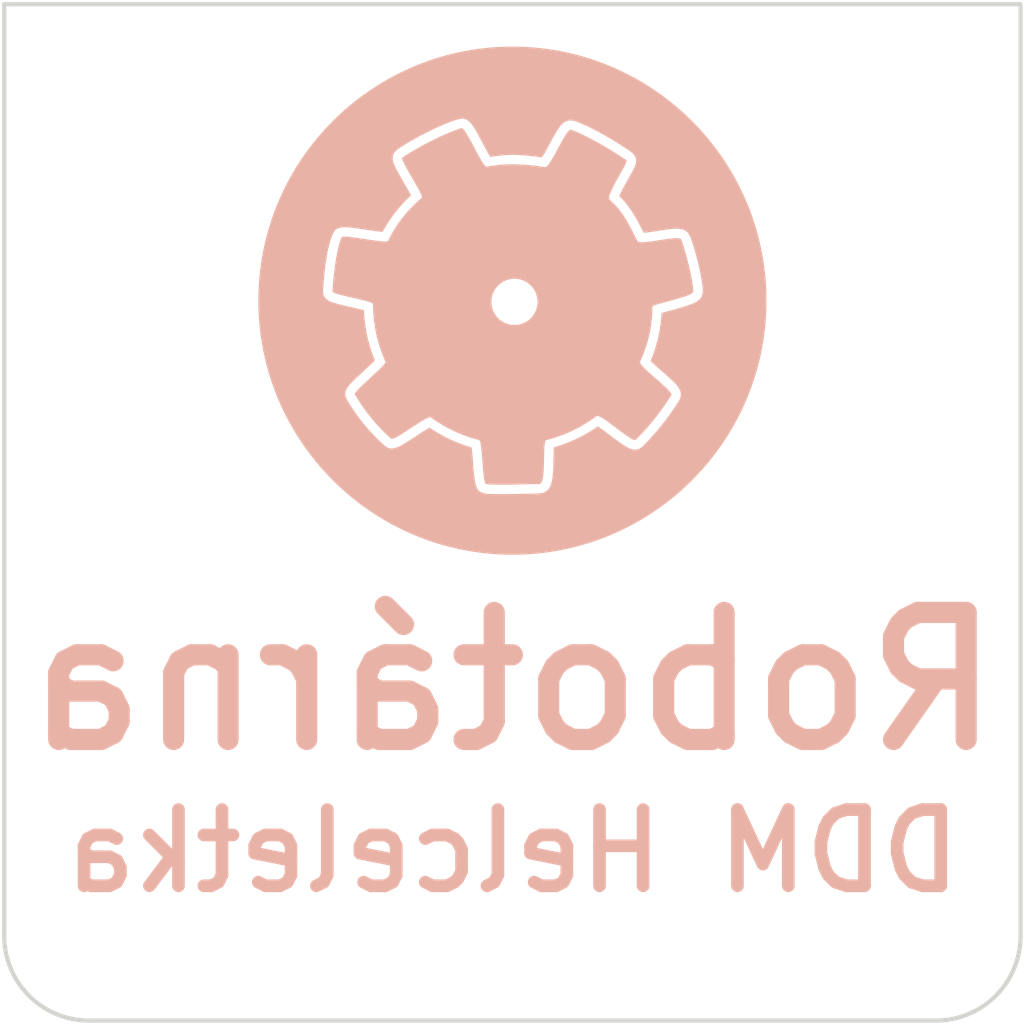
<source format=kicad_pcb>
(kicad_pcb (version 20171130) (host pcbnew 5.1.10-88a1d61d58~88~ubuntu20.04.1)

  (general
    (thickness 1.6)
    (drawings 9)
    (tracks 0)
    (zones 0)
    (modules 1)
    (nets 1)
  )

  (page A4)
  (layers
    (0 F.Cu signal)
    (31 B.Cu signal)
    (32 B.Adhes user)
    (33 F.Adhes user)
    (34 B.Paste user)
    (35 F.Paste user)
    (36 B.SilkS user)
    (37 F.SilkS user)
    (38 B.Mask user)
    (39 F.Mask user)
    (40 Dwgs.User user)
    (41 Cmts.User user)
    (42 Eco1.User user)
    (43 Eco2.User user)
    (44 Edge.Cuts user)
    (45 Margin user)
    (46 B.CrtYd user)
    (47 F.CrtYd user)
    (48 B.Fab user)
    (49 F.Fab user)
  )

  (setup
    (last_trace_width 0.25)
    (trace_clearance 0.2)
    (zone_clearance 0.508)
    (zone_45_only no)
    (trace_min 0.2)
    (via_size 0.8)
    (via_drill 0.4)
    (via_min_size 0.4)
    (via_min_drill 0.3)
    (uvia_size 0.3)
    (uvia_drill 0.1)
    (uvias_allowed no)
    (uvia_min_size 0.2)
    (uvia_min_drill 0.1)
    (edge_width 0.05)
    (segment_width 0.2)
    (pcb_text_width 0.3)
    (pcb_text_size 1.5 1.5)
    (mod_edge_width 0.12)
    (mod_text_size 1 1)
    (mod_text_width 0.15)
    (pad_size 1.524 1.524)
    (pad_drill 0.762)
    (pad_to_mask_clearance 0)
    (aux_axis_origin 0 0)
    (visible_elements FFFFFF7F)
    (pcbplotparams
      (layerselection 0x010fc_ffffffff)
      (usegerberextensions false)
      (usegerberattributes true)
      (usegerberadvancedattributes true)
      (creategerberjobfile true)
      (excludeedgelayer true)
      (linewidth 0.100000)
      (plotframeref false)
      (viasonmask false)
      (mode 1)
      (useauxorigin false)
      (hpglpennumber 1)
      (hpglpenspeed 20)
      (hpglpendiameter 15.000000)
      (psnegative false)
      (psa4output false)
      (plotreference true)
      (plotvalue true)
      (plotinvisibletext false)
      (padsonsilk false)
      (subtractmaskfromsilk false)
      (outputformat 1)
      (mirror false)
      (drillshape 1)
      (scaleselection 1)
      (outputdirectory ""))
  )

  (net 0 "")

  (net_class Default "This is the default net class."
    (clearance 0.2)
    (trace_width 0.25)
    (via_dia 0.8)
    (via_drill 0.4)
    (uvia_dia 0.3)
    (uvia_drill 0.1)
  )

  (module RoboCamp:RobotarnaLogo-6mm (layer B.Cu) (tedit 5FD6798D) (tstamp 60C0310A)
    (at 150 91.5)
    (descr "Imported from /home/xmrazek7/Stažené/robotarna_logo_pcb.svg")
    (tags svg2mod)
    (attr virtual)
    (fp_text reference svg2mod (at 0 6.048024) (layer B.SilkS) hide
      (effects (font (size 1.524 1.524) (thickness 0.3048)) (justify mirror))
    )
    (fp_text value G*** (at 0 -6.048024) (layer B.SilkS) hide
      (effects (font (size 1.524 1.524) (thickness 0.3048)) (justify mirror))
    )
    (fp_poly (pts (xy -0.000038 3.000001) (xy -0.190589 2.283197) (xy -0.135477 2.28358) (xy -0.076274 2.283385)
      (xy -0.014845 2.282738) (xy 0.046947 2.281767) (xy 0.107238 2.280597) (xy 0.164163 2.279356)
      (xy 0.215859 2.278171) (xy 0.260461 2.277167) (xy 0.296107 2.276472) (xy 0.32093 2.276212)
      (xy 0.369446 2.266215) (xy 0.408201 2.242911) (xy 0.43187 2.216496) (xy 0.446086 2.191571)
      (xy 0.462414 2.146691) (xy 0.47089 2.103476) (xy 0.476551 2.058265) (xy 0.480162 2.011062)
      (xy 0.482333 1.962597) (xy 0.48367 1.9136) (xy 0.484657 1.865073) (xy 0.485552 1.818739)
      (xy 0.486653 1.776406) (xy 0.488255 1.739885) (xy 0.489154 1.731472) (xy 0.539454 1.716135)
      (xy 0.589223 1.699324) (xy 0.638428 1.68105) (xy 0.687037 1.661327) (xy 0.735018 1.640168)
      (xy 0.782337 1.617586) (xy 0.828964 1.593594) (xy 0.874865 1.568206) (xy 0.920008 1.541433)
      (xy 0.96436 1.51329) (xy 1.00789 1.48379) (xy 1.018791 1.490246) (xy 1.049088 1.511181)
      (xy 1.083611 1.536246) (xy 1.121016 1.564131) (xy 1.159956 1.593526) (xy 1.199203 1.623185)
      (xy 1.238007 1.652117) (xy 1.275746 1.679396) (xy 1.311796 1.704098) (xy 1.345785 1.725505)
      (xy 1.381176 1.743637) (xy 1.429209 1.757607) (xy 1.457042 1.758321) (xy 1.492461 1.750265)
      (xy 1.529633 1.726714) (xy 1.532253 1.724333) (xy 1.567856 1.688444) (xy 1.602847 1.651958)
      (xy 1.637217 1.614887) (xy 1.670956 1.577242) (xy 1.704056 1.539035) (xy 1.736508 1.500276)
      (xy 1.768304 1.460978) (xy 1.799435 1.42115) (xy 1.829891 1.380804) (xy 1.859666 1.339951)
      (xy 1.888748 1.298603) (xy 1.917131 1.256771) (xy 1.944805 1.214465) (xy 1.971761 1.171698)
      (xy 1.973719 1.16847) (xy 1.988202 1.127652) (xy 1.988399 1.092098) (xy 1.981913 1.065566)
      (xy 1.958535 1.021666) (xy 1.933574 0.990701) (xy 1.905691 0.961759) (xy 1.874202 0.931502)
      (xy 1.839866 0.900145) (xy 1.803715 0.868099) (xy 1.76678 0.835775) (xy 1.730183 0.80369)
      (xy 1.695383 0.772784) (xy 1.663922 0.744116) (xy 1.637341 0.718739) (xy 1.630801 0.711596)
      (xy 1.649273 0.666484) (xy 1.666369 0.620865) (xy 1.682083 0.574776) (xy 1.696406 0.528252)
      (xy 1.709334 0.481332) (xy 1.720859 0.434053) (xy 1.730973 0.386451) (xy 1.739672 0.338563)
      (xy 1.746947 0.290428) (xy 1.752792 0.242081) (xy 1.7572 0.193561) (xy 1.760165 0.144903)
      (xy 1.760774 0.144675) (xy 1.796138 0.134685) (xy 1.836632 0.123626) (xy 1.880652 0.111703)
      (xy 1.926595 0.099125) (xy 1.972893 0.086103) (xy 2.018381 0.072661) (xy 2.062062 0.058713)
      (xy 2.102939 0.044176) (xy 2.140403 0.02885) (xy 2.176454 0.009674) (xy 2.215992 -0.023025)
      (xy 2.238618 -0.058593) (xy 2.248315 -0.113902) (xy 2.248315 -0.113981) (xy 2.244517 -0.160131)
      (xy 2.238504 -0.209231) (xy 2.230525 -0.260641) (xy 2.22083 -0.313722) (xy 2.209666 -0.367834)
      (xy 2.197285 -0.422337) (xy 2.183935 -0.476593) (xy 2.169865 -0.529961) (xy 2.155326 -0.581802)
      (xy 2.140565 -0.631476) (xy 2.125833 -0.678344) (xy 2.111379 -0.721765) (xy 2.097452 -0.761102)
      (xy 2.097375 -0.761181) (xy 2.068683 -0.805712) (xy 2.034234 -0.83101) (xy 2.00582 -0.842063)
      (xy 1.981992 -0.846806) (xy 1.939857 -0.849736) (xy 1.899232 -0.847864) (xy 1.856484 -0.843784)
      (xy 1.811835 -0.838021) (xy 1.766028 -0.831188) (xy 1.719805 -0.823893) (xy 1.674101 -0.816727)
      (xy 1.630548 -0.810247) (xy 1.590939 -0.805006) (xy 1.557066 -0.801562) (xy 1.54925 -0.801411)
      (xy 1.525983 -0.847553) (xy 1.502481 -0.893168) (xy 1.478375 -0.93822) (xy 1.453292 -0.982675)
      (xy 1.426862 -1.026495) (xy 1.398713 -1.069645) (xy 1.368474 -1.11209) (xy 1.335774 -1.153794)
      (xy 1.300242 -1.19472) (xy 1.261506 -1.234833) (xy 1.263014 -1.239119) (xy 1.27664 -1.269103)
      (xy 1.293949 -1.303861) (xy 1.313888 -1.341764) (xy 1.335401 -1.381187) (xy 1.357468 -1.420705)
      (xy 1.379225 -1.4594) (xy 1.399854 -1.496403) (xy 1.418537 -1.530846) (xy 1.43457 -1.562028)
      (xy 1.448003 -1.592108) (xy 1.45928 -1.630446) (xy 1.459676 -1.670734) (xy 1.447007 -1.707431)
      (xy 1.413599 -1.746053) (xy 1.413522 -1.74613) (xy 1.380686 -1.769455) (xy 1.343579 -1.794778)
      (xy 1.30276 -1.821698) (xy 1.258785 -1.849816) (xy 1.212211 -1.878732) (xy 1.163596 -1.908047)
      (xy 1.113496 -1.937361) (xy 1.062468 -1.966276) (xy 1.011071 -1.994391) (xy 0.95986 -2.021308)
      (xy 0.909393 -2.046626) (xy 0.860228 -2.069946) (xy 0.81292 -2.090869) (xy 0.768028 -2.108995)
      (xy 0.726109 -2.123925) (xy 0.72558 -2.124079) (xy 0.669928 -2.128408) (xy 0.628087 -2.115136)
      (xy 0.602598 -2.098677) (xy 0.58494 -2.082365) (xy 0.557488 -2.050191) (xy 0.534126 -2.015991)
      (xy 0.510935 -1.978311) (xy 0.487708 -1.937817) (xy 0.464482 -1.895556) (xy 0.441294 -1.852574)
      (xy 0.4183 -1.81006) (xy 0.396076 -1.769693) (xy 0.375282 -1.733258) (xy 0.356579 -1.702539)
      (xy 0.347634 -1.690131) (xy 0.298937 -1.697221) (xy 0.25015 -1.703658) (xy 0.201277 -1.7093)
      (xy 0.152323 -1.714006) (xy 0.103292 -1.717635) (xy 0.054188 -1.720047) (xy 0.005017 -1.7211)
      (xy 0.004408 -1.7211) (xy -0.040012 -1.720246) (xy -0.084347 -1.717745) (xy -0.128599 -1.713864)
      (xy -0.172768 -1.708869) (xy -0.216855 -1.703025) (xy -0.26086 -1.6966) (xy -0.268903 -1.708638)
      (xy -0.287728 -1.740876) (xy -0.308643 -1.778553) (xy -0.33098 -1.819947) (xy -0.354069 -1.863335)
      (xy -0.377313 -1.90708) (xy -0.400415 -1.949946) (xy -0.423158 -1.990811) (xy -0.445323 -2.028554)
      (xy -0.466839 -2.062343) (xy -0.490424 -2.093498) (xy -0.525603 -2.126122) (xy -0.548968 -2.139397)
      (xy -0.5836 -2.148756) (xy -0.628733 -2.144616) (xy -0.628884 -2.144539) (xy -0.670646 -2.131779)
      (xy -0.715148 -2.116408) (xy -0.761924 -2.098696) (xy -0.810508 -2.078915) (xy -0.860437 -2.057335)
      (xy -0.911245 -2.034228) (xy -0.962467 -2.009863) (xy -1.013638 -1.984513) (xy -1.064293 -1.958446)
      (xy -1.113968 -1.931935) (xy -1.162197 -1.90525) (xy -1.208515 -1.878662) (xy -1.252457 -1.852442)
      (xy -1.293559 -1.82686) (xy -1.331356 -1.802187) (xy -1.365381 -1.778694) (xy -1.396242 -1.745263)
      (xy -1.410633 -1.71157) (xy -1.413414 -1.669101) (xy -1.403116 -1.625802) (xy -1.389276 -1.592218)
      (xy -1.372372 -1.558003) (xy -1.352493 -1.520574) (xy -1.330307 -1.480627) (xy -1.306622 -1.439059)
      (xy -1.282245 -1.396766) (xy -1.258035 -1.354739) (xy -1.235016 -1.314353) (xy -1.214245 -1.277082)
      (xy -1.196779 -1.2444) (xy -1.195954 -1.242548) (xy -1.232412 -1.208293) (xy -1.267762 -1.172983)
      (xy -1.301978 -1.136642) (xy -1.335035 -1.099292) (xy -1.366905 -1.060957) (xy -1.397565 -1.021659)
      (xy -1.426989 -0.981422) (xy -1.45515 -0.940267) (xy -1.482023 -0.898219) (xy -1.507584 -0.855301)
      (xy -1.531805 -0.811534) (xy -1.547966 -0.812592) (xy -1.586289 -0.817065) (xy -1.630094 -0.822957)
      (xy -1.677616 -0.829812) (xy -1.727092 -0.837172) (xy -1.776858 -0.844578) (xy -1.825666 -0.851589)
      (xy -1.872374 -0.857781) (xy -1.915839 -0.862731) (xy -1.955148 -0.866055) (xy -1.992286 -0.866779)
      (xy -2.035282 -0.861434) (xy -2.059666 -0.854211) (xy -2.090245 -0.834676) (xy -2.118568 -0.791981)
      (xy -2.118645 -0.79183) (xy -2.135396 -0.748327) (xy -2.150409 -0.702309) (xy -2.163797 -0.654219)
      (xy -2.175671 -0.6045) (xy -2.186144 -0.553595) (xy -2.195329 -0.501948) (xy -2.203338 -0.450001)
      (xy -2.210283 -0.398199) (xy -2.216277 -0.346984) (xy -2.221432 -0.2968) (xy -2.225861 -0.248089)
      (xy -2.229676 -0.201296) (xy -2.23299 -0.156863) (xy -2.235914 -0.115233) (xy -2.235914 -0.115156)
      (xy -2.235914 -0.115079) (xy -2.22907 -0.064562) (xy -2.208978 -0.031421) (xy -2.188708 -0.012701)
      (xy -2.150297 0.00955) (xy -2.11703 0.022247) (xy -2.081819 0.03286) (xy -2.04271 0.043323)
      (xy -2.000548 0.053695) (xy -1.956421 0.064004) (xy -1.911413 0.074278) (xy -1.867194 0.084392)
      (xy -1.824939 0.094283) (xy -1.78627 0.103755) (xy -1.752808 0.112613) (xy -1.749961 0.163472)
      (xy -1.745647 0.214203) (xy -1.739872 0.26477) (xy -1.732645 0.315135) (xy -1.723971 0.365262)
      (xy -1.713859 0.415114) (xy -1.702315 0.464653) (xy -1.689346 0.513843) (xy -1.67496 0.562646)
      (xy -1.659164 0.611026) (xy -1.641964 0.658946) (xy -1.623368 0.706367) (xy -1.630058 0.71367)
      (xy -1.656328 0.739469) (xy -1.687025 0.768548) (xy -1.720735 0.79986) (xy -1.75604 0.832359)
      (xy -1.791588 0.865072) (xy -1.826302 0.89735) (xy -1.859185 0.928628) (xy -1.889238 0.958341)
      (xy -1.915661 0.986104) (xy -1.939 1.014192) (xy -1.9614 1.051249) (xy -1.970558 1.074676)
      (xy -1.974152 1.109998) (xy -1.959672 1.157162) (xy -1.957193 1.161527) (xy -1.930943 1.20553)
      (xy -1.903699 1.248922) (xy -1.875476 1.291685) (xy -1.846292 1.333798) (xy -1.816163 1.37524)
      (xy -1.785105 1.415991) (xy -1.753135 1.456031) (xy -1.72027 1.495339) (xy -1.686527 1.533895)
      (xy -1.651921 1.571679) (xy -1.616469 1.608671) (xy -1.580189 1.64485) (xy -1.543096 1.680195)
      (xy -1.505206 1.714686) (xy -1.504153 1.715745) (xy -1.465752 1.738819) (xy -1.432185 1.745182)
      (xy -1.406961 1.743632) (xy -1.362762 1.731673) (xy -1.328295 1.71595) (xy -1.294134 1.697094)
      (xy -1.257545 1.67521) (xy -1.21899 1.65097) (xy -1.179183 1.625212) (xy -1.138836 1.598775)
      (xy -1.098779 1.572555) (xy -1.060275 1.54765) (xy -1.024688 1.525193) (xy -0.993386 1.506317)
      (xy -0.978352 1.498432) (xy -0.936437 1.526105) (xy -0.893779 1.552526) (xy -0.850408 1.577686)
      (xy -0.806353 1.601575) (xy -0.761643 1.624182) (xy -0.716308 1.645498) (xy -0.670376 1.665513)
      (xy -0.623876 1.684216) (xy -0.576838 1.701597) (xy -0.529292 1.717647) (xy -0.481265 1.732355)
      (xy -0.479307 1.744685) (xy -0.475354 1.781229) (xy -0.471509 1.823197) (xy -0.467729 1.868849)
      (xy -0.463972 1.916445) (xy -0.460181 1.964345) (xy -0.456212 2.011313) (xy -0.451895 2.05621)
      (xy -0.447059 2.097898) (xy -0.441511 2.135461) (xy -0.43383 2.170812) (xy -0.418495 2.211254)
      (xy -0.405366 2.23311) (xy -0.379012 2.257859) (xy -0.331976 2.274995) (xy -0.289928 2.280216)
      (xy -0.24378 2.282579) (xy -0.190585 2.283567) (xy -0.190589 2.283197) (xy -0.000038 3.000001)
      (xy -0.050147 2.99959) (xy -0.100059 2.998364) (xy -0.149765 2.996328) (xy -0.199261 2.993489)
      (xy -0.248539 2.989853) (xy -0.297593 2.985427) (xy -0.346417 2.980217) (xy -0.395004 2.974229)
      (xy -0.443348 2.96747) (xy -0.491443 2.959945) (xy -0.539282 2.951663) (xy -0.586859 2.942628)
      (xy -0.634168 2.932847) (xy -0.681202 2.922327) (xy -0.727955 2.911074) (xy -0.77442 2.899094)
      (xy -0.820591 2.886393) (xy -0.866463 2.872979) (xy -0.912027 2.858857) (xy -0.957278 2.844033)
      (xy -1.002211 2.828515) (xy -1.046817 2.812308) (xy -1.091091 2.795419) (xy -1.135027 2.777854)
      (xy -1.178618 2.75962) (xy -1.221858 2.740723) (xy -1.26474 2.721168) (xy -1.307259 2.700964)
      (xy -1.349407 2.680116) (xy -1.391178 2.658629) (xy -1.432567 2.636512) (xy -1.473566 2.61377)
      (xy -1.514169 2.590409) (xy -1.554371 2.566436) (xy -1.594163 2.541857) (xy -1.633541 2.516679)
      (xy -1.672498 2.490908) (xy -1.711027 2.46455) (xy -1.749122 2.437612) (xy -1.786777 2.4101)
      (xy -1.823986 2.38202) (xy -1.860741 2.353379) (xy -1.897037 2.324183) (xy -1.932867 2.294438)
      (xy -1.968225 2.264151) (xy -2.003104 2.233329) (xy -2.037499 2.201977) (xy -2.071402 2.170102)
      (xy -2.104808 2.137711) (xy -2.13771 2.104809) (xy -2.170102 2.071403) (xy -2.201976 2.0375)
      (xy -2.233328 2.003105) (xy -2.264151 1.968226) (xy -2.294437 1.932868) (xy -2.324182 1.897038)
      (xy -2.353378 1.860742) (xy -2.382019 1.823986) (xy -2.410099 1.786778) (xy -2.437611 1.749123)
      (xy -2.464549 1.711028) (xy -2.490907 1.672499) (xy -2.516678 1.633542) (xy -2.541857 1.594164)
      (xy -2.566435 1.554371) (xy -2.590408 1.51417) (xy -2.613769 1.473567) (xy -2.636511 1.432567)
      (xy -2.658629 1.391179) (xy -2.680115 1.349408) (xy -2.700963 1.307259) (xy -2.721168 1.264741)
      (xy -2.740722 1.221859) (xy -2.759619 1.178619) (xy -2.777853 1.135028) (xy -2.795418 1.091092)
      (xy -2.812307 1.046818) (xy -2.828514 1.002211) (xy -2.844032 0.957279) (xy -2.858856 0.912028)
      (xy -2.872978 0.866463) (xy -2.886392 0.820592) (xy -2.899093 0.774421) (xy -2.911073 0.727955)
      (xy -2.922326 0.681203) (xy -2.932846 0.634169) (xy -2.942627 0.58686) (xy -2.951662 0.539283)
      (xy -2.959945 0.491444) (xy -2.967469 0.443349) (xy -2.974228 0.395005) (xy -2.980216 0.346417)
      (xy -2.985426 0.297594) (xy -2.989852 0.248539) (xy -2.993488 0.199262) (xy -2.996327 0.149766)
      (xy -2.998363 0.100059) (xy -2.999589 0.050148) (xy -3 0.000038) (xy -2.999591 -0.050072)
      (xy -2.998365 -0.099985) (xy -2.996331 -0.149692) (xy -2.993493 -0.199188) (xy -2.989858 -0.248467)
      (xy -2.985433 -0.297522) (xy -2.980224 -0.346347) (xy -2.974237 -0.394935) (xy -2.967479 -0.44328)
      (xy -2.959956 -0.491376) (xy -2.951674 -0.539216) (xy -2.94264 -0.586795) (xy -2.93286 -0.634104)
      (xy -2.922341 -0.681139) (xy -2.911088 -0.727893) (xy -2.899109 -0.774359) (xy -2.886409 -0.820531)
      (xy -2.872995 -0.866403) (xy -2.858874 -0.911969) (xy -2.844051 -0.957221) (xy -2.828534 -1.002155)
      (xy -2.812327 -1.046762) (xy -2.795439 -1.091037) (xy -2.777875 -1.134974) (xy -2.759641 -1.178566)
      (xy -2.740744 -1.221807) (xy -2.72119 -1.26469) (xy -2.700986 -1.30721) (xy -2.680138 -1.349359)
      (xy -2.658652 -1.391131) (xy -2.636535 -1.432521) (xy -2.613794 -1.473521) (xy -2.590433 -1.514125)
      (xy -2.56646 -1.554328) (xy -2.541882 -1.594121) (xy -2.516704 -1.6335) (xy -2.490933 -1.672458)
      (xy -2.464575 -1.710988) (xy -2.437637 -1.749084) (xy -2.410125 -1.78674) (xy -2.382045 -1.82395)
      (xy -2.353404 -1.860706) (xy -2.324208 -1.897003) (xy -2.294464 -1.932834) (xy -2.264177 -1.968193)
      (xy -2.233355 -2.003073) (xy -2.202003 -2.037469) (xy -2.170128 -2.071373) (xy -2.137737 -2.10478)
      (xy -2.104835 -2.137683) (xy -2.071429 -2.170075) (xy -2.037525 -2.201951) (xy -2.00313 -2.233303)
      (xy -1.968251 -2.264127) (xy -1.932893 -2.294414) (xy -1.897062 -2.324159) (xy -1.860766 -2.353356)
      (xy -1.824011 -2.381998) (xy -1.786802 -2.410079) (xy -1.749147 -2.437592) (xy -1.711051 -2.464531)
      (xy -1.672522 -2.49089) (xy -1.633565 -2.516662) (xy -1.594186 -2.541841) (xy -1.554393 -2.56642)
      (xy -1.514192 -2.590394) (xy -1.473588 -2.613755) (xy -1.432588 -2.636498) (xy -1.391199 -2.658616)
      (xy -1.349427 -2.680103) (xy -1.307279 -2.700952) (xy -1.26476 -2.721157) (xy -1.221877 -2.740712)
      (xy -1.178637 -2.75961) (xy -1.135045 -2.777845) (xy -1.091108 -2.79541) (xy -1.046834 -2.812299)
      (xy -1.002227 -2.828507) (xy -0.957294 -2.844026) (xy -0.912042 -2.858849) (xy -0.866477 -2.872972)
      (xy -0.820605 -2.886387) (xy -0.774433 -2.899088) (xy -0.727967 -2.911068) (xy -0.681213 -2.922322)
      (xy -0.634179 -2.932842) (xy -0.586869 -2.942623) (xy -0.539291 -2.951658) (xy -0.491451 -2.959941)
      (xy -0.443356 -2.967466) (xy -0.395011 -2.974225) (xy -0.346423 -2.980213) (xy -0.297598 -2.985424)
      (xy -0.248543 -2.98985) (xy -0.199264 -2.993486) (xy -0.149768 -2.996325) (xy -0.100061 -2.998361)
      (xy -0.050148 -2.999587) (xy -0.000038 -2.999998) (xy 0.050074 -2.999589) (xy 0.099987 -2.998363)
      (xy 0.149695 -2.996329) (xy 0.199193 -2.993491) (xy 0.248472 -2.989856) (xy 0.297528 -2.985431)
      (xy 0.346354 -2.980221) (xy 0.394943 -2.974234) (xy 0.443289 -2.967476) (xy 0.491385 -2.959953)
      (xy 0.539226 -2.951671) (xy 0.586805 -2.942636) (xy 0.634116 -2.932856) (xy 0.681151 -2.922336)
      (xy 0.727906 -2.911084) (xy 0.774373 -2.899104) (xy 0.820546 -2.886404) (xy 0.866419 -2.87299)
      (xy 0.911985 -2.858868) (xy 0.957238 -2.844045) (xy 1.002172 -2.828527) (xy 1.04678 -2.81232)
      (xy 1.091056 -2.795431) (xy 1.134993 -2.777866) (xy 1.178586 -2.759632) (xy 1.221827 -2.740734)
      (xy 1.264711 -2.72118) (xy 1.307231 -2.700975) (xy 1.349381 -2.680127) (xy 1.391154 -2.65864)
      (xy 1.432544 -2.636523) (xy 1.473544 -2.61378) (xy 1.514149 -2.590419) (xy 1.554352 -2.566446)
      (xy 1.594146 -2.541866) (xy 1.633525 -2.516688) (xy 1.672483 -2.490916) (xy 1.711014 -2.464557)
      (xy 1.74911 -2.437619) (xy 1.786766 -2.410106) (xy 1.823976 -2.382025) (xy 1.860732 -2.353383)
      (xy 1.89703 -2.324186) (xy 1.932861 -2.294441) (xy 1.96822 -2.264154) (xy 2.003101 -2.23333)
      (xy 2.037496 -2.201978) (xy 2.071401 -2.170102) (xy 2.104808 -2.137709) (xy 2.137711 -2.104806)
      (xy 2.170103 -2.0714) (xy 2.201979 -2.037495) (xy 2.233332 -2.003099) (xy 2.264155 -1.968219)
      (xy 2.294442 -1.93286) (xy 2.324188 -1.897028) (xy 2.353384 -1.860731) (xy 2.382026 -1.823975)
      (xy 2.410107 -1.786765) (xy 2.43762 -1.749109) (xy 2.464559 -1.711012) (xy 2.490917 -1.672482)
      (xy 2.516689 -1.633524) (xy 2.541868 -1.594145) (xy 2.566447 -1.55435) (xy 2.59042 -1.514148)
      (xy 2.613781 -1.473543) (xy 2.636524 -1.432542) (xy 2.658642 -1.391152) (xy 2.680128 -1.349379)
      (xy 2.700977 -1.30723) (xy 2.721181 -1.26471) (xy 2.740736 -1.221826) (xy 2.759633 -1.178585)
      (xy 2.777867 -1.134992) (xy 2.795432 -1.091054) (xy 2.812321 -1.046779) (xy 2.828528 -1.002171)
      (xy 2.844046 -0.957237) (xy 2.858869 -0.911984) (xy 2.872991 -0.866418) (xy 2.886405 -0.820545)
      (xy 2.899105 -0.774372) (xy 2.911085 -0.727905) (xy 2.922338 -0.68115) (xy 2.932858 -0.634115)
      (xy 2.942638 -0.586804) (xy 2.951672 -0.539225) (xy 2.959954 -0.491385) (xy 2.967478 -0.443288)
      (xy 2.974236 -0.394942) (xy 2.980223 -0.346353) (xy 2.985433 -0.297527) (xy 2.989858 -0.248472)
      (xy 2.993493 -0.199192) (xy 2.996331 -0.149695) (xy 2.998365 -0.099986) (xy 2.999591 -0.050073)
      (xy 3 0.000038) (xy 2.999589 0.050149) (xy 2.998363 0.100061) (xy 2.996327 0.149769)
      (xy 2.993488 0.199265) (xy 2.989852 0.248544) (xy 2.985426 0.297599) (xy 2.980215 0.346423)
      (xy 2.974227 0.395011) (xy 2.967468 0.443356) (xy 2.959943 0.491452) (xy 2.95166 0.539292)
      (xy 2.942625 0.58687) (xy 2.932844 0.634179) (xy 2.922323 0.681214) (xy 2.91107 0.727967)
      (xy 2.899089 0.774433) (xy 2.886388 0.820605) (xy 2.872974 0.866477) (xy 2.858851 0.912042)
      (xy 2.844027 0.957294) (xy 2.828508 1.002227) (xy 2.812301 1.046834) (xy 2.795412 1.091109)
      (xy 2.777846 1.135045) (xy 2.759611 1.178637) (xy 2.740713 1.221877) (xy 2.721159 1.26476)
      (xy 2.700953 1.307279) (xy 2.680104 1.349428) (xy 2.658618 1.391199) (xy 2.6365 1.432588)
      (xy 2.613757 1.473588) (xy 2.590395 1.514192) (xy 2.566422 1.554393) (xy 2.541842 1.594187)
      (xy 2.516663 1.633565) (xy 2.490891 1.672522) (xy 2.464532 1.711051) (xy 2.437593 1.749147)
      (xy 2.41008 1.786802) (xy 2.382 1.824011) (xy 2.353358 1.860766) (xy 2.324161 1.897062)
      (xy 2.294416 1.932893) (xy 2.264128 1.968251) (xy 2.233305 2.00313) (xy 2.201952 2.037525)
      (xy 2.170076 2.071429) (xy 2.137684 2.104835) (xy 2.104781 2.137737) (xy 2.071374 2.170128)
      (xy 2.03747 2.202003) (xy 2.003074 2.233355) (xy 1.968194 2.264177) (xy 1.932835 2.294464)
      (xy 1.897004 2.324208) (xy 1.860707 2.353404) (xy 1.823951 2.382045) (xy 1.786742 2.410125)
      (xy 1.749086 2.437637) (xy 1.71099 2.464575) (xy 1.672459 2.490933) (xy 1.633502 2.516704)
      (xy 1.594123 2.541882) (xy 1.554329 2.566461) (xy 1.514127 2.590433) (xy 1.473522 2.613794)
      (xy 1.432522 2.636536) (xy 1.391133 2.658653) (xy 1.34936 2.680138) (xy 1.307211 2.700986)
      (xy 1.264692 2.72119) (xy 1.221808 2.740744) (xy 1.178567 2.759641) (xy 1.134975 2.777875)
      (xy 1.091038 2.795439) (xy 1.046763 2.812327) (xy 1.002156 2.828534) (xy 0.957222 2.844051)
      (xy 0.91197 2.858874) (xy 0.866405 2.872996) (xy 0.820532 2.886409) (xy 0.77436 2.899109)
      (xy 0.727894 2.911088) (xy 0.68114 2.922341) (xy 0.634105 2.93286) (xy 0.586795 2.94264)
      (xy 0.539217 2.951674) (xy 0.491377 2.959956) (xy 0.443281 2.967479) (xy 0.394936 2.974237)
      (xy 0.346348 2.980224) (xy 0.297523 2.985433) (xy 0.248468 2.989859) (xy 0.199189 2.993493)
      (xy 0.149693 2.996331) (xy 0.099985 2.998366) (xy 0.050073 2.999591) (xy -0.000038 3.000001)) (layer B.SilkS) (width 0))
    (fp_poly (pts (xy -0.189086 2.172622) (xy -0.248619 0.013868) (xy -0.244221 -0.035179) (xy -0.231546 -0.081341)
      (xy -0.211363 -0.123849) (xy -0.184443 -0.161931) (xy -0.151557 -0.194817) (xy -0.113474 -0.221737)
      (xy -0.070967 -0.24192) (xy -0.024805 -0.254595) (xy 0.024242 -0.258991) (xy 0.073288 -0.254595)
      (xy 0.119451 -0.24192) (xy 0.161958 -0.221737) (xy 0.20004 -0.194817) (xy 0.232927 -0.161931)
      (xy 0.259847 -0.123849) (xy 0.28003 -0.081341) (xy 0.292705 -0.035179) (xy 0.297102 0.013868)
      (xy 0.292706 0.062915) (xy 0.280031 0.109078) (xy 0.259848 0.151586) (xy 0.232928 0.189668)
      (xy 0.200041 0.222555) (xy 0.161959 0.249475) (xy 0.119451 0.269658) (xy 0.073289 0.282333)
      (xy 0.024242 0.28673) (xy -0.024805 0.282333) (xy -0.070968 0.269658) (xy -0.113475 0.249475)
      (xy -0.151558 0.222555) (xy -0.184444 0.189668) (xy -0.211364 0.151586) (xy -0.231547 0.109078)
      (xy -0.244222 0.062915) (xy -0.248619 0.013868) (xy -0.189086 2.172622) (xy -0.135651 2.173005)
      (xy -0.078019 2.17281) (xy -0.017967 2.172163) (xy 0.042729 2.171192) (xy 0.102292 2.170022)
      (xy 0.158945 2.168782) (xy 0.210913 2.167596) (xy 0.256417 2.166592) (xy 0.293682 2.165897)
      (xy 0.32093 2.165637) (xy 0.337879 2.157108) (xy 0.350612 2.133341) (xy 0.359778 2.097068)
      (xy 0.366025 2.051018) (xy 0.370001 1.997923) (xy 0.372356 1.940513) (xy 0.373737 1.881519)
      (xy 0.374794 1.823671) (xy 0.376174 1.7697) (xy 0.378527 1.722337) (xy 0.3825 1.684313)
      (xy 0.388743 1.658357) (xy 0.397903 1.647202) (xy 0.447699 1.634116) (xy 0.496994 1.619496)
      (xy 0.545752 1.603356) (xy 0.593942 1.585715) (xy 0.641527 1.566587) (xy 0.688475 1.54599)
      (xy 0.734751 1.523939) (xy 0.780321 1.50045) (xy 0.825151 1.47554) (xy 0.869207 1.449225)
      (xy 0.912456 1.421521) (xy 0.954862 1.392445) (xy 0.996392 1.362013) (xy 1.013334 1.361715)
      (xy 1.041997 1.374635) (xy 1.080023 1.398112) (xy 1.125053 1.429489) (xy 1.174729 1.466104)
      (xy 1.226691 1.505299) (xy 1.27858 1.544413) (xy 1.328039 1.580788) (xy 1.372708 1.611763)
      (xy 1.410229 1.63468) (xy 1.438243 1.646879) (xy 1.454391 1.645699) (xy 1.491331 1.608417)
      (xy 1.527571 1.570487) (xy 1.563104 1.53192) (xy 1.597921 1.492726) (xy 1.632014 1.452915)
      (xy 1.665376 1.412497) (xy 1.697997 1.371483) (xy 1.729871 1.329881) (xy 1.760989 1.287704)
      (xy 1.791342 1.24496) (xy 1.820924 1.20166) (xy 1.849726 1.157814) (xy 1.877739 1.113431)
      (xy 1.875451 1.09719) (xy 1.85774 1.072146) (xy 1.827672 1.040049) (xy 1.788314 1.002648)
      (xy 1.742734 0.961692) (xy 1.693999 0.91893) (xy 1.645176 0.876112) (xy 1.599331 0.834987)
      (xy 1.559533 0.797305) (xy 1.528848 0.764815) (xy 1.510343 0.739265) (xy 1.507085 0.722406)
      (xy 1.528603 0.674946) (xy 1.548451 0.626855) (xy 1.56662 0.578177) (xy 1.583099 0.528957)
      (xy 1.597878 0.479239) (xy 1.610948 0.429068) (xy 1.622299 0.378487) (xy 1.63192 0.327542)
      (xy 1.639802 0.276276) (xy 1.645935 0.224734) (xy 1.650308 0.172961) (xy 1.652913 0.121)
      (xy 1.653738 0.068896) (xy 1.665092 0.060185) (xy 1.696214 0.048632) (xy 1.742692 0.034697)
      (xy 1.800114 0.018839) (xy 1.864068 0.001518) (xy 1.930142 -0.016806) (xy 1.993924 -0.035673)
      (xy 2.051002 -0.054623) (xy 2.096965 -0.073196) (xy 2.1274 -0.090933) (xy 2.137896 -0.107375)
      (xy 2.134463 -0.147706) (xy 2.128781 -0.192143) (xy 2.121114 -0.239886) (xy 2.111727 -0.290134)
      (xy 2.100886 -0.342088) (xy 2.088855 -0.394949) (xy 2.075899 -0.447915) (xy 2.062283 -0.500188)
      (xy 2.048272 -0.550968) (xy 2.034131 -0.599454) (xy 2.020124 -0.644846) (xy 2.006516 -0.686346)
      (xy 1.993573 -0.723153) (xy 1.979249 -0.734445) (xy 1.949479 -0.738833) (xy 1.907322 -0.737688)
      (xy 1.85584 -0.732382) (xy 1.798093 -0.724285) (xy 1.737141 -0.71477) (xy 1.676045 -0.705206)
      (xy 1.617865 -0.696965) (xy 1.565661 -0.691419) (xy 1.522495 -0.689938) (xy 1.491425 -0.693894)
      (xy 1.475514 -0.704658) (xy 1.451599 -0.752047) (xy 1.428453 -0.798038) (xy 1.405655 -0.842694)
      (xy 1.382786 -0.886075) (xy 1.359425 -0.928243) (xy 1.335154 -0.969259) (xy 1.309551 -1.009185)
      (xy 1.282198 -1.048081) (xy 1.252674 -1.08601) (xy 1.220559 -1.123032) (xy 1.185434 -1.159209)
      (xy 1.146879 -1.194603) (xy 1.140976 -1.212326) (xy 1.146451 -1.242417) (xy 1.16113 -1.282298)
      (xy 1.182842 -1.329391) (xy 1.209412 -1.381119) (xy 1.238668 -1.434903) (xy 1.268437 -1.488166)
      (xy 1.296546 -1.53833) (xy 1.320823 -1.582817) (xy 1.339095 -1.619049) (xy 1.349188 -1.644449)
      (xy 1.348931 -1.656438) (xy 1.318491 -1.677945) (xy 1.283065 -1.701824) (xy 1.243361 -1.727615)
      (xy 1.200091 -1.754861) (xy 1.153962 -1.783099) (xy 1.105685 -1.811871) (xy 1.055969 -1.840717)
      (xy 1.005524 -1.869178) (xy 0.955059 -1.896792) (xy 0.905283 -1.923101) (xy 0.856907 -1.947645)
      (xy 0.81064 -1.969964) (xy 0.767191 -1.989598) (xy 0.727269 -2.006088) (xy 0.691585 -2.018973)
      (xy 0.675692 -2.0151) (xy 0.655999 -1.996387) (xy 0.633188 -1.96551) (xy 0.607943 -1.925144)
      (xy 0.580944 -1.877966) (xy 0.552874 -1.826651) (xy 0.524415 -1.773874) (xy 0.49625 -1.722313)
      (xy 0.46906 -1.674643) (xy 0.443527 -1.633539) (xy 0.420334 -1.601677) (xy 0.400163 -1.581733)
      (xy 0.383696 -1.576383) (xy 0.336632 -1.584127) (xy 0.289432 -1.590885) (xy 0.242112 -1.596656)
      (xy 0.194687 -1.60144) (xy 0.147172 -1.605233) (xy 0.099584 -1.608036) (xy 0.051937 -1.609845)
      (xy 0.004247 -1.61066) (xy -0.047376 -1.609923) (xy -0.098925 -1.607578) (xy -0.150364 -1.603628)
      (xy -0.201655 -1.598075) (xy -0.25276 -1.590922) (xy -0.303642 -1.582173) (xy -0.318666 -1.589456)
      (xy -0.338978 -1.613657) (xy -0.363511 -1.651376) (xy -0.391204 -1.699213) (xy -0.420992 -1.753768)
      (xy -0.451812 -1.811643) (xy -0.482599 -1.869437) (xy -0.512291 -1.923752) (xy -0.539824 -1.971186)
      (xy -0.564133 -2.008342) (xy -0.584155 -2.031818) (xy -0.598827 -2.038216) (xy -0.63794 -2.026058)
      (xy -0.681219 -2.010624) (xy -0.727959 -1.992304) (xy -0.777451 -1.971485) (xy -0.828989 -1.948557)
      (xy -0.881863 -1.923909) (xy -0.935368 -1.897928) (xy -0.988796 -1.871003) (xy -1.041439 -1.843524)
      (xy -1.09259 -1.815879) (xy -1.141541 -1.788456) (xy -1.187585 -1.761644) (xy -1.230014 -1.735831)
      (xy -1.268121 -1.711407) (xy -1.301199 -1.68876) (xy -1.302572 -1.675271) (xy -1.29278 -1.64765)
      (xy -1.274048 -1.608716) (xy -1.248601 -1.561287) (xy -1.218664 -1.50818) (xy -1.186462 -1.452215)
      (xy -1.15422 -1.39621) (xy -1.124163 -1.342983) (xy -1.098515 -1.295352) (xy -1.079503 -1.256136)
      (xy -1.06935 -1.228153) (xy -1.070282 -1.214222) (xy -1.108501 -1.181655) (xy -1.145548 -1.147876)
      (xy -1.181395 -1.112918) (xy -1.216018 -1.076813) (xy -1.24939 -1.039596) (xy -1.281485 -1.0013)
      (xy -1.312278 -0.961957) (xy -1.341742 -0.921601) (xy -1.369851 -0.880265) (xy -1.39658 -0.837982)
      (xy -1.421902 -0.794786) (xy -1.445792 -0.750709) (xy -1.468223 -0.705785) (xy -1.482519 -0.699902)
      (xy -1.514058 -0.699254) (xy -1.559381 -0.70279) (xy -1.615026 -0.709457) (xy -1.677534 -0.718205)
      (xy -1.743446 -0.72798) (xy -1.809302 -0.73773) (xy -1.871643 -0.746405) (xy -1.927007 -0.752952)
      (xy -1.971936 -0.756319) (xy -2.00297 -0.755455) (xy -2.01665 -0.749307) (xy -2.031671 -0.709582)
      (xy -2.045338 -0.665809) (xy -2.057718 -0.618655) (xy -2.06888 -0.568786) (xy -2.07889 -0.516869)
      (xy -2.087815 -0.463569) (xy -2.095722 -0.409554) (xy -2.10268 -0.355489) (xy -2.108754 -0.302041)
      (xy -2.114013 -0.249877) (xy -2.118524 -0.199662) (xy -2.122353 -0.152064) (xy -2.125568 -0.107748)
      (xy -2.115008 -0.096498) (xy -2.084763 -0.083937) (xy -2.039193 -0.070352) (xy -1.982657 -0.056033)
      (xy -1.919515 -0.041271) (xy -1.854127 -0.026354) (xy -1.790852 -0.011572) (xy -1.734049 0.002784)
      (xy -1.688079 0.016426) (xy -1.657299 0.029064) (xy -1.64607 0.040408) (xy -1.645304 0.090652)
      (xy -1.643011 0.140779) (xy -1.639198 0.190755) (xy -1.633872 0.240546) (xy -1.627041 0.290119)
      (xy -1.618713 0.339439) (xy -1.608893 0.388472) (xy -1.597591 0.437185) (xy -1.584813 0.485544)
      (xy -1.570566 0.533514) (xy -1.554858 0.581062) (xy -1.537697 0.628153) (xy -1.519089 0.674755)
      (xy -1.499042 0.720832) (xy -1.503132 0.735328) (xy -1.521566 0.759443) (xy -1.551466 0.791249)
      (xy -1.589954 0.828821) (xy -1.634149 0.870231) (xy -1.681176 0.913551) (xy -1.728154 0.956855)
      (xy -1.772205 0.998217) (xy -1.810452 1.035708) (xy -1.840015 1.067403) (xy -1.858016 1.091373)
      (xy -1.861578 1.105692) (xy -1.834611 1.150814) (xy -1.806572 1.195227) (xy -1.777477 1.238913)
      (xy -1.747341 1.281854) (xy -1.716178 1.324032) (xy -1.684003 1.365428) (xy -1.650831 1.406024)
      (xy -1.616677 1.445803) (xy -1.581555 1.484746) (xy -1.545481 1.522835) (xy -1.508469 1.560051)
      (xy -1.470534 1.596378) (xy -1.431691 1.631795) (xy -1.41595 1.632589) (xy -1.387707 1.621533)
      (xy -1.34945 1.600985) (xy -1.303669 1.5733) (xy -1.252853 1.540837) (xy -1.199492 1.505953)
      (xy -1.146074 1.471004) (xy -1.09509 1.438349) (xy -1.049028 1.410343) (xy -1.010379 1.389345)
      (xy -0.98163 1.377712) (xy -0.965272 1.3778) (xy -0.925163 1.406326) (xy -0.884268 1.433602)
      (xy -0.842617 1.459616) (xy -0.800239 1.484352) (xy -0.757164 1.507798) (xy -0.713422 1.529938)
      (xy -0.669043 1.55076) (xy -0.624057 1.570248) (xy -0.578493 1.58839) (xy -0.532382 1.60517)
      (xy -0.485753 1.620575) (xy -0.438637 1.634591) (xy -0.391062 1.647205) (xy -0.382157 1.661138)
      (xy -0.374548 1.695124) (xy -0.367933 1.74469) (xy -0.362004 1.805367) (xy -0.356457 1.872683)
      (xy -0.350986 1.942168) (xy -0.345286 2.009351) (xy -0.339052 2.06976) (xy -0.331978 2.118925)
      (xy -0.32376 2.152375) (xy -0.31409 2.16564) (xy -0.283863 2.169109) (xy -0.241379 2.171378)
      (xy -0.189086 2.172625) (xy -0.189086 2.172622)) (layer B.SilkS) (width 0))
  )

  (gr_poly (pts (xy 156 100) (xy 144 100) (xy 144 88) (xy 156 88)) (layer F.Mask) (width 0.1))
  (gr_arc (start 145 99) (end 144 99) (angle -90) (layer Edge.Cuts) (width 0.05) (tstamp 60C03143))
  (gr_arc (start 155 99) (end 155 100) (angle -90) (layer Edge.Cuts) (width 0.05))
  (gr_text Robotárna (at 150 96) (layer B.SilkS)
    (effects (font (size 1.5 1.5) (thickness 0.25)) (justify mirror))
  )
  (gr_text "DDM Helceletka" (at 150 98) (layer B.SilkS)
    (effects (font (size 0.9 0.9) (thickness 0.15)) (justify mirror))
  )
  (gr_line (start 156 88) (end 144 88) (layer Edge.Cuts) (width 0.05) (tstamp 60C03117))
  (gr_line (start 156 99) (end 156 88) (layer Edge.Cuts) (width 0.05))
  (gr_line (start 145 100) (end 155 100) (layer Edge.Cuts) (width 0.05))
  (gr_line (start 144 88) (end 144 99) (layer Edge.Cuts) (width 0.05))

)

</source>
